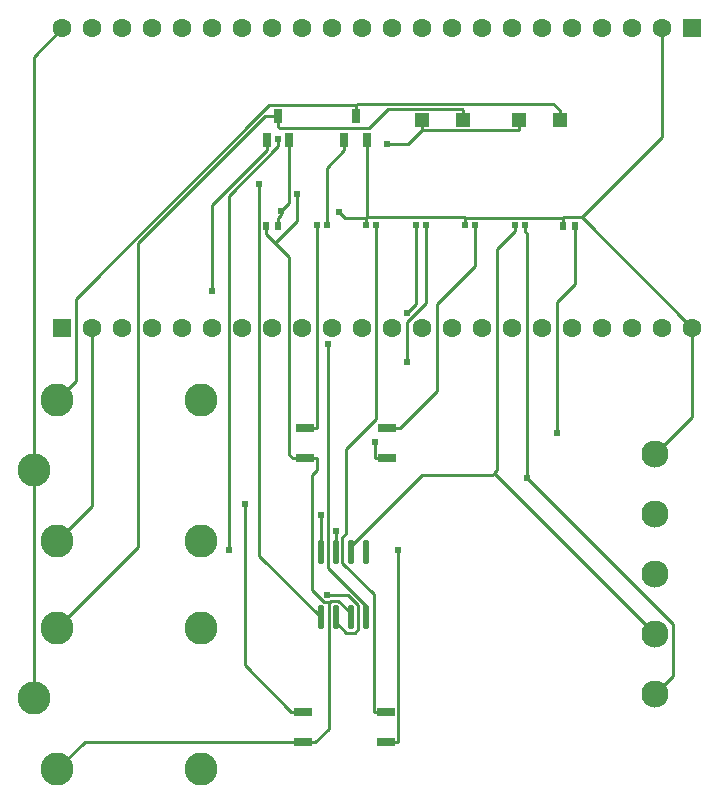
<source format=gtl>
G04 Layer: TopLayer*
G04 EasyEDA v6.5.40, 2024-08-12 13:02:19*
G04 6ed52e104c50462789560134f86f8d0d,8913b61fcc3f40a88925c8db200aa785,10*
G04 Gerber Generator version 0.2*
G04 Scale: 100 percent, Rotated: No, Reflected: No *
G04 Dimensions in millimeters *
G04 leading zeros omitted , absolute positions ,4 integer and 5 decimal *
%FSLAX45Y45*%
%MOMM*%

%AMMACRO1*21,1,$1,$2,0,0,$3*%
%ADD10C,0.2540*%
%ADD11R,0.5000X0.8000*%
%ADD12R,0.7000X1.2500*%
%ADD13MACRO1,0.54X0.5656X90.0000*%
%ADD14O,0.58801X2.0450048*%
%ADD15R,1.5000X0.8000*%
%ADD16R,1.2000X1.1500*%
%ADD17C,2.3000*%
%ADD18C,2.7940*%
%ADD19R,1.6000X1.6000*%
%ADD20C,1.6000*%
%ADD21C,0.6100*%
%ADD22C,0.0138*%

%LPD*%
D10*
X6842912Y1106906D02*
G01*
X6739991Y1106906D01*
X6739991Y1106906D02*
G01*
X6739991Y2104288D01*
X6474282Y2369997D01*
X6474282Y2586202D01*
X6505625Y2617546D01*
X6505625Y3330930D01*
X6761784Y3587089D01*
X6761784Y5229834D01*
X7931911Y5229834D02*
G01*
X7931911Y5174919D01*
X7931911Y5174919D02*
G01*
X7785100Y5028107D01*
X7785100Y3153943D01*
X7757540Y3126384D01*
X7757540Y3126384D02*
G01*
X7745856Y3114700D01*
X7145299Y3114700D01*
X6543725Y2513126D01*
X6543725Y2463647D01*
X7757540Y3126384D02*
G01*
X9118600Y1765300D01*
X5930900Y6151321D02*
G01*
X5816955Y6151321D01*
X4740173Y5074538D01*
X4740173Y2501392D01*
X4059986Y1821205D01*
X7496733Y6204000D02*
G01*
X7490333Y6210401D01*
X6858025Y6210401D01*
X6697548Y6049924D01*
X5941872Y6049924D01*
X5930900Y6060897D01*
X7496733Y6118580D02*
G01*
X7496733Y6204000D01*
X5930900Y6151321D02*
G01*
X5930900Y6060897D01*
X6491630Y5951321D02*
G01*
X6491630Y5860897D01*
X6491630Y5860897D02*
G01*
X6342862Y5712129D01*
X6342862Y5229834D01*
X5371795Y4674107D02*
G01*
X5371795Y5396788D01*
X5835904Y5860897D01*
X5835904Y5951321D02*
G01*
X5835904Y5860897D01*
X7018756Y4072636D02*
G01*
X7018756Y4406087D01*
X7180681Y4568012D01*
X7180681Y5229834D01*
X6855612Y3507206D02*
G01*
X6958533Y3507206D01*
X6958533Y3507206D02*
G01*
X7277100Y3825773D01*
X7277100Y4562881D01*
X7599578Y4885359D01*
X7599578Y5229834D01*
X6289725Y1909165D02*
G01*
X5768213Y2430678D01*
X5768213Y5576315D01*
X6586626Y6151321D02*
G01*
X6586626Y6241719D01*
X6586626Y6241719D02*
G01*
X6585635Y6242710D01*
X5850686Y6242710D01*
X4214723Y4606747D01*
X4214723Y3906342D01*
X4059986Y3751605D01*
X8314207Y6204000D02*
G01*
X8260537Y6257670D01*
X6602577Y6257670D01*
X6586626Y6241719D01*
X8314207Y6118580D02*
G01*
X8314207Y6204000D01*
X8018500Y5229834D02*
G01*
X8018500Y5174919D01*
X6416725Y2463647D02*
G01*
X6416725Y2641854D01*
X8018500Y5174919D02*
G01*
X8038922Y5154498D01*
X8038922Y3088462D01*
X8038922Y3088462D02*
G01*
X9272574Y1854809D01*
X9272574Y1411274D01*
X9118600Y1257300D01*
X6855612Y3253206D02*
G01*
X6752691Y3253206D01*
X6752691Y3253206D02*
G01*
X6752691Y3393998D01*
X6258534Y3507206D02*
G01*
X6258534Y5172684D01*
X6256299Y5174919D01*
X6155613Y3507206D02*
G01*
X6258534Y3507206D01*
X6256299Y5229834D02*
G01*
X6256299Y5174919D01*
X6670725Y1909165D02*
G01*
X6670725Y2007590D01*
X6353759Y2324557D01*
X6353759Y4223156D01*
X9436100Y4356100D02*
G01*
X9436100Y3606800D01*
X9118600Y3289300D01*
X9182100Y6896100D02*
G01*
X9182100Y5976416D01*
X8498941Y5293258D01*
X8344712Y5287619D02*
G01*
X8350351Y5293258D01*
X8498941Y5293258D01*
X8498941Y5293258D02*
G01*
X9436100Y4356100D01*
X8344712Y5219700D02*
G01*
X8344712Y5287619D01*
X7513015Y5229834D02*
G01*
X7513015Y5284749D01*
X6675221Y5229834D02*
G01*
X6675221Y5284749D01*
X7513015Y5287619D02*
G01*
X8344712Y5287619D01*
X7513015Y5284749D02*
G01*
X7513015Y5287619D01*
X5930112Y5253659D02*
G01*
X5930112Y5287619D01*
X5930112Y5253659D02*
G01*
X5930112Y5219700D01*
X6681622Y5941517D02*
G01*
X6681622Y5860897D01*
X6681622Y5941517D02*
G01*
X6681622Y5951321D01*
X5953379Y5344109D02*
G01*
X6025895Y5416626D01*
X6025895Y5951321D01*
X5953379Y5344109D02*
G01*
X5953379Y5310886D01*
X5930112Y5287619D01*
X6416725Y1909165D02*
G01*
X6416725Y1868703D01*
X6506590Y1778838D01*
X6580886Y1778838D01*
X6607225Y1805178D01*
X6607225Y2013407D01*
X6523304Y2097328D01*
X6345199Y2097328D01*
X6675221Y5291683D02*
G01*
X6675221Y5284749D01*
X6675221Y5291683D02*
G01*
X6493484Y5291683D01*
X6443776Y5341391D01*
X6685635Y5302097D02*
G01*
X6675221Y5291683D01*
X6681622Y5860897D02*
G01*
X6681622Y5306085D01*
X6685635Y5302097D01*
X6685635Y5302097D02*
G01*
X6689090Y5298617D01*
X7502016Y5298617D01*
X7513015Y5287619D01*
X4102100Y6896100D02*
G01*
X3859987Y6653987D01*
X3859987Y3151606D01*
X3859987Y3151606D02*
G01*
X3859987Y1221206D01*
X4356100Y4356100D02*
G01*
X4356100Y2847720D01*
X4059986Y2551607D01*
X6155613Y3253206D02*
G01*
X6258534Y3253206D01*
X5830112Y5219700D02*
G01*
X5830112Y5151780D01*
X6155613Y3253206D02*
G01*
X6052693Y3253206D01*
X7149718Y6118580D02*
G01*
X7149718Y6033160D01*
X6850176Y5917006D02*
G01*
X7033564Y5917006D01*
X7149718Y6033160D01*
X5901816Y5080076D02*
G01*
X6086347Y5264607D01*
X6086347Y5494781D01*
X5830112Y5151780D02*
G01*
X5901816Y5080076D01*
X5901816Y5080076D02*
G01*
X6021324Y4960569D01*
X6021324Y3284575D01*
X6052693Y3253206D01*
X7967192Y6033160D02*
G01*
X7967014Y6032982D01*
X7149896Y6032982D01*
X7149718Y6033160D01*
X7967192Y6118580D02*
G01*
X7967192Y6033160D01*
X4059986Y621207D02*
G01*
X4291685Y852906D01*
X6142913Y852906D01*
X6142913Y852906D02*
G01*
X6245834Y852906D01*
X6245834Y852906D02*
G01*
X6356756Y963828D01*
X6356756Y2038756D01*
X6258534Y3253206D02*
G01*
X6258534Y3152952D01*
X6219926Y3114344D01*
X6219926Y2139772D01*
X6320942Y2038756D01*
X6356756Y2038756D01*
X6356756Y2038756D02*
G01*
X6369481Y2038756D01*
X6381140Y2050414D01*
X6437807Y2050414D01*
X6543725Y1944496D01*
X6543725Y1909165D01*
X6289725Y2463647D02*
G01*
X6289725Y2774340D01*
X8444712Y5219700D02*
G01*
X8444712Y4730191D01*
X8293125Y4578604D01*
X8293125Y3471163D01*
X6039993Y1106906D02*
G01*
X5646369Y1500530D01*
X5646369Y2869692D01*
X7017765Y4487951D02*
G01*
X7094118Y4564303D01*
X7094118Y5229834D01*
X6142913Y1106906D02*
G01*
X6039993Y1106906D01*
X6842912Y852906D02*
G01*
X6945833Y852906D01*
X6945833Y852906D02*
G01*
X6945985Y853059D01*
X6945985Y2478786D01*
X5930900Y5958128D02*
G01*
X5930900Y5896482D01*
X5512790Y5478373D01*
X5512790Y2478786D01*
D11*
G01*
X5830112Y5219700D03*
G01*
X5930112Y5219700D03*
D12*
G01*
X5835904Y5951321D03*
G01*
X6025895Y5951321D03*
G01*
X5930900Y6151321D03*
G01*
X6491630Y5951321D03*
G01*
X6681622Y5951321D03*
G01*
X6586626Y6151321D03*
D13*
G01*
X6342863Y5229844D03*
G01*
X6256298Y5229844D03*
G01*
X6761775Y5229844D03*
G01*
X6675210Y5229844D03*
G01*
X7180677Y5229844D03*
G01*
X7094112Y5229844D03*
G01*
X7599572Y5229844D03*
G01*
X7513006Y5229844D03*
G01*
X8018489Y5229844D03*
G01*
X7931923Y5229844D03*
D11*
G01*
X8444712Y5219700D03*
G01*
X8344712Y5219700D03*
D14*
G01*
X6289725Y1909165D03*
G01*
X6416725Y1909165D03*
G01*
X6543725Y1909165D03*
G01*
X6670725Y1909165D03*
G01*
X6289725Y2463647D03*
G01*
X6416725Y2463647D03*
G01*
X6543725Y2463647D03*
G01*
X6670725Y2463647D03*
D15*
G01*
X6842912Y852906D03*
G01*
X6842912Y1106906D03*
G01*
X6142913Y1106906D03*
G01*
X6142913Y852906D03*
D16*
G01*
X7496733Y6118580D03*
G01*
X7149718Y6118580D03*
G01*
X8314207Y6118580D03*
G01*
X7967192Y6118580D03*
D15*
G01*
X6855612Y3253206D03*
G01*
X6855612Y3507206D03*
G01*
X6155613Y3507206D03*
G01*
X6155613Y3253206D03*
D17*
G01*
X9118600Y1257300D03*
G01*
X9118600Y1765300D03*
G01*
X9118600Y2273300D03*
G01*
X9118600Y2781300D03*
G01*
X9118600Y3289300D03*
D18*
G01*
X5279999Y621258D03*
G01*
X3859987Y1221206D03*
G01*
X4059986Y1821205D03*
G01*
X4059986Y621207D03*
G01*
X5279999Y1821154D03*
G01*
X5279999Y2551658D03*
G01*
X3859987Y3151606D03*
G01*
X4059986Y3751605D03*
G01*
X4059986Y2551607D03*
G01*
X5279999Y3751554D03*
D19*
G01*
X4102100Y4356100D03*
D20*
G01*
X4356100Y4356100D03*
G01*
X4610100Y4356100D03*
G01*
X4864100Y4356100D03*
G01*
X5118100Y4356100D03*
G01*
X5372100Y4356100D03*
G01*
X5626100Y4356100D03*
G01*
X5880100Y4356100D03*
G01*
X6134100Y4356100D03*
G01*
X6388100Y4356100D03*
G01*
X6642100Y4356100D03*
G01*
X6896100Y4356100D03*
G01*
X7150100Y4356100D03*
G01*
X7404100Y4356100D03*
G01*
X7658100Y4356100D03*
G01*
X7912100Y4356100D03*
G01*
X8166100Y4356100D03*
G01*
X8420100Y4356100D03*
G01*
X8674100Y4356100D03*
G01*
X8928100Y4356100D03*
G01*
X9182100Y4356100D03*
G01*
X9436100Y4356100D03*
D19*
G01*
X9436100Y6896074D03*
D20*
G01*
X9182100Y6896100D03*
G01*
X8928100Y6896100D03*
G01*
X8674100Y6896100D03*
G01*
X8420100Y6896100D03*
G01*
X8166100Y6896100D03*
G01*
X7912100Y6896100D03*
G01*
X7658100Y6896100D03*
G01*
X7404100Y6896100D03*
G01*
X7150100Y6896100D03*
G01*
X6896100Y6896100D03*
G01*
X6642100Y6896100D03*
G01*
X6388100Y6896100D03*
G01*
X6134100Y6896100D03*
G01*
X5880100Y6896100D03*
G01*
X5626100Y6896100D03*
G01*
X5372100Y6896100D03*
G01*
X5118100Y6896100D03*
G01*
X4864100Y6896100D03*
G01*
X4610100Y6896100D03*
G01*
X4356100Y6896100D03*
G01*
X4102100Y6896100D03*
D21*
G01*
X6945985Y2478786D03*
G01*
X5512790Y2478786D03*
G01*
X5930900Y5958128D03*
G01*
X7017765Y4487951D03*
G01*
X5646369Y2869692D03*
G01*
X6289725Y2774340D03*
G01*
X8293125Y3471163D03*
G01*
X6850176Y5917006D03*
G01*
X6086347Y5494781D03*
G01*
X6345199Y2097328D03*
G01*
X5953379Y5344109D03*
G01*
X6443776Y5341391D03*
G01*
X6353759Y4223156D03*
G01*
X6752691Y3393998D03*
G01*
X8038922Y3088462D03*
G01*
X6416725Y2641854D03*
G01*
X5768213Y5576315D03*
G01*
X5371795Y4674107D03*
G01*
X7018756Y4072636D03*
M02*

</source>
